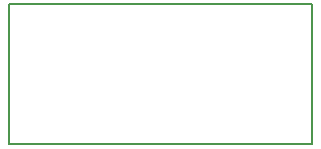
<source format=gko>
G04 MADE WITH FRITZING*
G04 WWW.FRITZING.ORG*
G04 DOUBLE SIDED*
G04 HOLES PLATED*
G04 CONTOUR ON CENTER OF CONTOUR VECTOR*
%ASAXBY*%
%FSLAX23Y23*%
%MOIN*%
%OFA0B0*%
%SFA1.0B1.0*%
%ADD10R,1.019510X0.473676*%
%ADD11C,0.008000*%
%ADD10C,0.008*%
%LNCONTOUR*%
G90*
G70*
G54D10*
G54D11*
X4Y470D02*
X1016Y470D01*
X1016Y4D01*
X4Y4D01*
X4Y470D01*
D02*
G04 End of contour*
M02*
</source>
